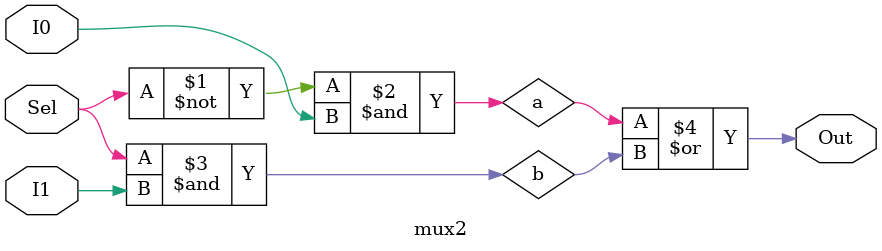
<source format=v>
`timescale 1ns / 1ps
module mux2(
    input Sel,
    input I0,
    input I1,
    output Out
    );
	 wire a,b;
    and(a,~Sel,I0);
	 and(b,Sel,I1);
    or(Out,a,b);
endmodule

</source>
